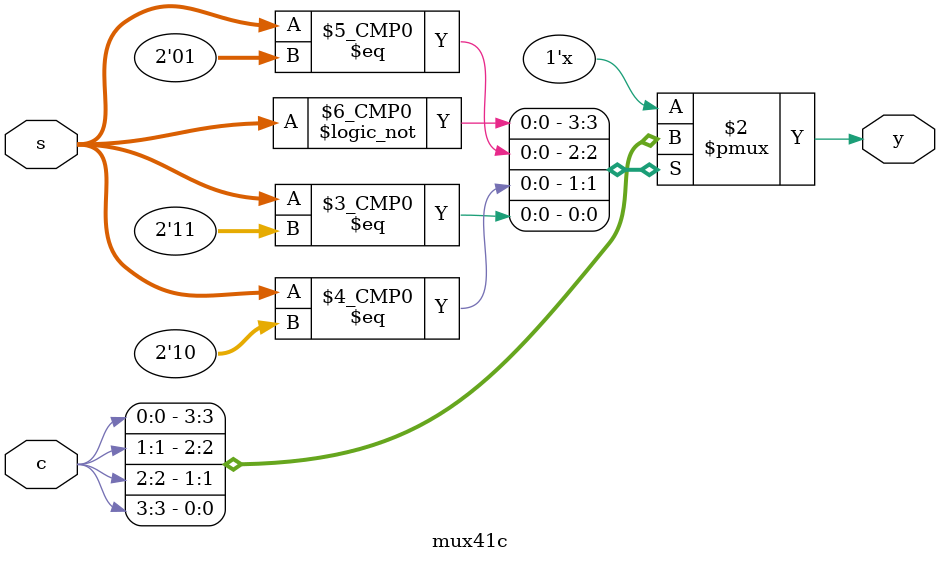
<source format=v>
`timescale 1ns / 1ps
module mux41c(
    input wire [3:0] c,
	 input wire [1:0] s,
	 output reg y
);

always @(*)
	case(s)
		0: y = c[0];
		1: y = c[1];
		2: y = c[2];
		3: y = c[3];
		default: y = c[0];
	endcase

endmodule

</source>
